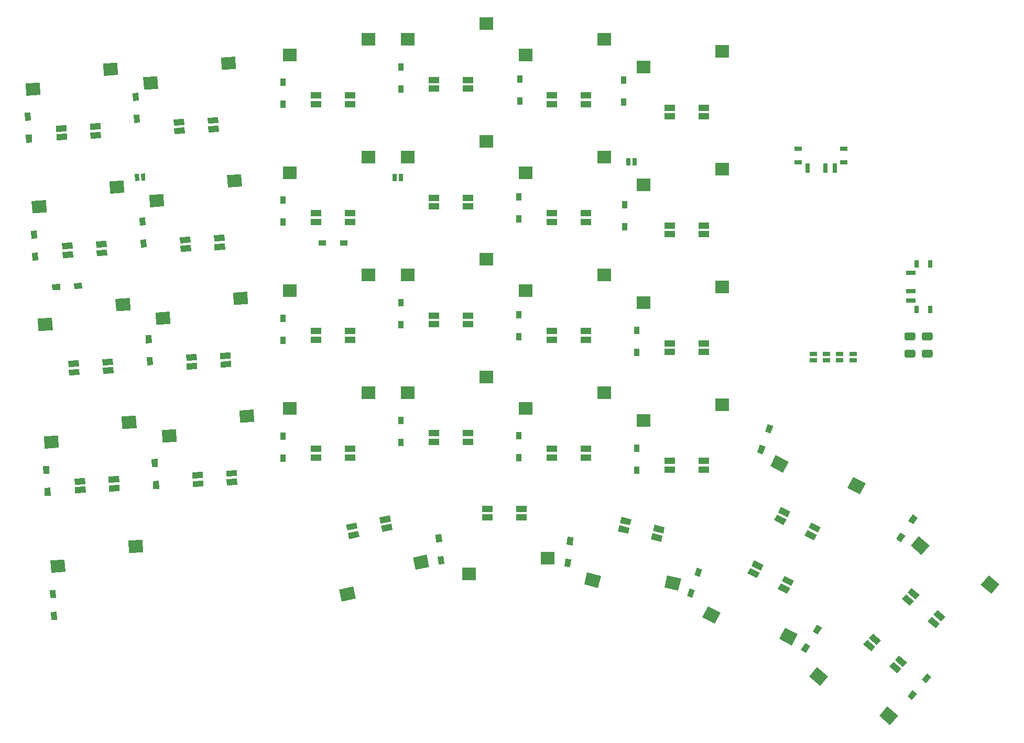
<source format=gbp>
G04 #@! TF.GenerationSoftware,KiCad,Pcbnew,(5.1.12-1-10_14)*
G04 #@! TF.CreationDate,2021-11-28T14:18:10+00:00*
G04 #@! TF.ProjectId,avalanche-hotswap,6176616c-616e-4636-9865-2d686f747377,rev?*
G04 #@! TF.SameCoordinates,Original*
G04 #@! TF.FileFunction,Paste,Bot*
G04 #@! TF.FilePolarity,Positive*
%FSLAX46Y46*%
G04 Gerber Fmt 4.6, Leading zero omitted, Abs format (unit mm)*
G04 Created by KiCad (PCBNEW (5.1.12-1-10_14)) date 2021-11-28 14:18:10*
%MOMM*%
%LPD*%
G01*
G04 APERTURE LIST*
%ADD10C,0.100000*%
%ADD11R,2.300000X2.000000*%
%ADD12R,1.143000X0.635000*%
%ADD13R,1.700000X1.000000*%
%ADD14R,0.800000X1.200000*%
%ADD15R,1.500000X0.800000*%
%ADD16R,1.200000X0.800000*%
%ADD17R,0.800000X1.500000*%
%ADD18R,0.950000X1.300000*%
%ADD19R,1.300000X0.950000*%
%ADD20R,0.635000X1.143000*%
G04 APERTURE END LIST*
D10*
G36*
X85256809Y-117000923D02*
G01*
X85361481Y-118998182D01*
X83064633Y-119118555D01*
X82959961Y-117121296D01*
X85256809Y-117000923D01*
G37*
G36*
X97806471Y-113799738D02*
G01*
X97911143Y-115796997D01*
X95614295Y-115917370D01*
X95509623Y-113920111D01*
X97806471Y-113799738D01*
G37*
G36*
X84039427Y-126733022D02*
G01*
X83090729Y-126782741D01*
X83022693Y-125484522D01*
X83971391Y-125434803D01*
X84039427Y-126733022D01*
G37*
G36*
X83853635Y-123187888D02*
G01*
X82904937Y-123237607D01*
X82836901Y-121939388D01*
X83785599Y-121889669D01*
X83853635Y-123187888D01*
G37*
D11*
X178761031Y-37356300D03*
X191461031Y-34816300D03*
X121611050Y-92506290D03*
X134311050Y-89966290D03*
D12*
X212603606Y-84724538D03*
X212603606Y-83723778D03*
X210463606Y-84724536D03*
X210463606Y-83723776D03*
X208323610Y-84724522D03*
X208323610Y-83723762D03*
X206183610Y-84732152D03*
X206183610Y-83731392D03*
D13*
X150411038Y-96536262D03*
X144911038Y-96536262D03*
X150411038Y-97936262D03*
X144911038Y-97936262D03*
D11*
X159711031Y-73456268D03*
X172411031Y-70916268D03*
D10*
G36*
X104981273Y-86258673D02*
G01*
X104928937Y-85260044D01*
X106626607Y-85171073D01*
X106678943Y-86169702D01*
X104981273Y-86258673D01*
G37*
G36*
X110473735Y-85970825D02*
G01*
X110421399Y-84972196D01*
X112119069Y-84883225D01*
X112171405Y-85881854D01*
X110473735Y-85970825D01*
G37*
G36*
X104908003Y-84860591D02*
G01*
X104855667Y-83861962D01*
X106553337Y-83772991D01*
X106605673Y-84771620D01*
X104908003Y-84860591D01*
G37*
G36*
X110400465Y-84572743D02*
G01*
X110348129Y-83574114D01*
X112045799Y-83485143D01*
X112098135Y-84483772D01*
X110400465Y-84572743D01*
G37*
G36*
X205433245Y-111867724D02*
G01*
X205887236Y-110976718D01*
X207401947Y-111748502D01*
X206947956Y-112639508D01*
X205433245Y-111867724D01*
G37*
G36*
X200532709Y-109370777D02*
G01*
X200986700Y-108479771D01*
X202501411Y-109251555D01*
X202047420Y-110142561D01*
X200532709Y-109370777D01*
G37*
G36*
X204797659Y-113115133D02*
G01*
X205251650Y-112224127D01*
X206766361Y-112995911D01*
X206312370Y-113886917D01*
X204797659Y-113115133D01*
G37*
G36*
X199897123Y-110618186D02*
G01*
X200351114Y-109727180D01*
X201865825Y-110498964D01*
X201411834Y-111389970D01*
X199897123Y-110618186D01*
G37*
G36*
X136303632Y-111162002D02*
G01*
X136095721Y-110183854D01*
X137758572Y-109830404D01*
X137966483Y-110808552D01*
X136303632Y-111162002D01*
G37*
G36*
X130923820Y-112305516D02*
G01*
X130715909Y-111327368D01*
X132378760Y-110973918D01*
X132586671Y-111952066D01*
X130923820Y-112305516D01*
G37*
G36*
X136594708Y-112531408D02*
G01*
X136386797Y-111553260D01*
X138049648Y-111199810D01*
X138257559Y-112177958D01*
X136594708Y-112531408D01*
G37*
G36*
X131214896Y-113674922D02*
G01*
X131006985Y-112696774D01*
X132669836Y-112343324D01*
X132877747Y-113321472D01*
X131214896Y-113674922D01*
G37*
D13*
X188511082Y-62986269D03*
X183011082Y-62986269D03*
X188511082Y-64386269D03*
X183011082Y-64386269D03*
D10*
G36*
X86954390Y-106279555D02*
G01*
X86902054Y-105280926D01*
X88599724Y-105191955D01*
X88652060Y-106190584D01*
X86954390Y-106279555D01*
G37*
G36*
X92446852Y-105991707D02*
G01*
X92394516Y-104993078D01*
X94092186Y-104904107D01*
X94144522Y-105902736D01*
X92446852Y-105991707D01*
G37*
G36*
X86881120Y-104881473D02*
G01*
X86828784Y-103882844D01*
X88526454Y-103793873D01*
X88578790Y-104792502D01*
X86881120Y-104881473D01*
G37*
G36*
X92373582Y-104593625D02*
G01*
X92321246Y-103594996D01*
X94018916Y-103506025D01*
X94071252Y-104504654D01*
X92373582Y-104593625D01*
G37*
G36*
X85957376Y-87255668D02*
G01*
X85905040Y-86257039D01*
X87602710Y-86168068D01*
X87655046Y-87166697D01*
X85957376Y-87255668D01*
G37*
G36*
X91449838Y-86967820D02*
G01*
X91397502Y-85969191D01*
X93095172Y-85880220D01*
X93147508Y-86878849D01*
X91449838Y-86967820D01*
G37*
G36*
X85884106Y-85857586D02*
G01*
X85831770Y-84858957D01*
X87529440Y-84769986D01*
X87581776Y-85768615D01*
X85884106Y-85857586D01*
G37*
G36*
X91376568Y-85569738D02*
G01*
X91324232Y-84571109D01*
X93021902Y-84482138D01*
X93074238Y-85480767D01*
X91376568Y-85569738D01*
G37*
G36*
X84960355Y-68231767D02*
G01*
X84908019Y-67233138D01*
X86605689Y-67144167D01*
X86658025Y-68142796D01*
X84960355Y-68231767D01*
G37*
G36*
X90452817Y-67943919D02*
G01*
X90400481Y-66945290D01*
X92098151Y-66856319D01*
X92150487Y-67854948D01*
X90452817Y-67943919D01*
G37*
G36*
X84887085Y-66833685D02*
G01*
X84834749Y-65835056D01*
X86532419Y-65746085D01*
X86584755Y-66744714D01*
X84887085Y-66833685D01*
G37*
G36*
X90379547Y-66545837D02*
G01*
X90327211Y-65547208D01*
X92024881Y-65458237D01*
X92077217Y-66456866D01*
X90379547Y-66545837D01*
G37*
G36*
X83963402Y-49207882D02*
G01*
X83911066Y-48209253D01*
X85608736Y-48120282D01*
X85661072Y-49118911D01*
X83963402Y-49207882D01*
G37*
G36*
X89455864Y-48920034D02*
G01*
X89403528Y-47921405D01*
X91101198Y-47832434D01*
X91153534Y-48831063D01*
X89455864Y-48920034D01*
G37*
G36*
X83890132Y-47809800D02*
G01*
X83837796Y-46811171D01*
X85535466Y-46722200D01*
X85587802Y-47720829D01*
X83890132Y-47809800D01*
G37*
G36*
X89382594Y-47521952D02*
G01*
X89330258Y-46523323D01*
X91027928Y-46434352D01*
X91080264Y-47432981D01*
X89382594Y-47521952D01*
G37*
G36*
X102987270Y-48210882D02*
G01*
X102934934Y-47212253D01*
X104632604Y-47123282D01*
X104684940Y-48121911D01*
X102987270Y-48210882D01*
G37*
G36*
X108479732Y-47923034D02*
G01*
X108427396Y-46924405D01*
X110125066Y-46835434D01*
X110177402Y-47834063D01*
X108479732Y-47923034D01*
G37*
G36*
X102914000Y-46812800D02*
G01*
X102861664Y-45814171D01*
X104559334Y-45725200D01*
X104611670Y-46723829D01*
X102914000Y-46812800D01*
G37*
G36*
X108406462Y-46524952D02*
G01*
X108354126Y-45526323D01*
X110051796Y-45437352D01*
X110104132Y-46435981D01*
X108406462Y-46524952D01*
G37*
G36*
X103984272Y-67234752D02*
G01*
X103931936Y-66236123D01*
X105629606Y-66147152D01*
X105681942Y-67145781D01*
X103984272Y-67234752D01*
G37*
G36*
X109476734Y-66946904D02*
G01*
X109424398Y-65948275D01*
X111122068Y-65859304D01*
X111174404Y-66857933D01*
X109476734Y-66946904D01*
G37*
G36*
X103911002Y-65836670D02*
G01*
X103858666Y-64838041D01*
X105556336Y-64749070D01*
X105608672Y-65747699D01*
X103911002Y-65836670D01*
G37*
G36*
X109403464Y-65548822D02*
G01*
X109351128Y-64550193D01*
X111048798Y-64461222D01*
X111101134Y-65459851D01*
X109403464Y-65548822D01*
G37*
G36*
X105978291Y-105282579D02*
G01*
X105925955Y-104283950D01*
X107623625Y-104194979D01*
X107675961Y-105193608D01*
X105978291Y-105282579D01*
G37*
G36*
X111470753Y-104994731D02*
G01*
X111418417Y-103996102D01*
X113116087Y-103907131D01*
X113168423Y-104905760D01*
X111470753Y-104994731D01*
G37*
G36*
X105905021Y-103884497D02*
G01*
X105852685Y-102885868D01*
X107550355Y-102796897D01*
X107602691Y-103795526D01*
X105905021Y-103884497D01*
G37*
G36*
X111397483Y-103596649D02*
G01*
X111345147Y-102598020D01*
X113042817Y-102509049D01*
X113095153Y-103507678D01*
X111397483Y-103596649D01*
G37*
D13*
X131361054Y-99086308D03*
X125861054Y-99086308D03*
X131361054Y-100486308D03*
X125861054Y-100486308D03*
X131361043Y-80036295D03*
X125861043Y-80036295D03*
X131361043Y-81436295D03*
X125861043Y-81436295D03*
X131361052Y-60986263D03*
X125861052Y-60986263D03*
X131361052Y-62386263D03*
X125861052Y-62386263D03*
X131361061Y-41936299D03*
X125861061Y-41936299D03*
X131361061Y-43336299D03*
X125861061Y-43336299D03*
X150411066Y-39436298D03*
X144911066Y-39436298D03*
X150411066Y-40836298D03*
X144911066Y-40836298D03*
X150411027Y-58486293D03*
X144911027Y-58486293D03*
X150411027Y-59886293D03*
X144911027Y-59886293D03*
X150411055Y-77536290D03*
X144911055Y-77536290D03*
X150411055Y-78936290D03*
X144911055Y-78936290D03*
X159031421Y-108770563D03*
X153531421Y-108770563D03*
X159031421Y-110170563D03*
X153531421Y-110170563D03*
D10*
G36*
X180304370Y-112345962D02*
G01*
X180537815Y-111373592D01*
X182190844Y-111770450D01*
X181957399Y-112742820D01*
X180304370Y-112345962D01*
G37*
G36*
X174956335Y-111062012D02*
G01*
X175189780Y-110089642D01*
X176842809Y-110486500D01*
X176609364Y-111458870D01*
X174956335Y-111062012D01*
G37*
G36*
X179977547Y-113707280D02*
G01*
X180210992Y-112734910D01*
X181864021Y-113131768D01*
X181630576Y-114104138D01*
X179977547Y-113707280D01*
G37*
G36*
X174629512Y-112423330D02*
G01*
X174862957Y-111450960D01*
X176515986Y-111847818D01*
X176282541Y-112820188D01*
X174629512Y-112423330D01*
G37*
D13*
X169461087Y-99086269D03*
X163961087Y-99086269D03*
X169461087Y-100486269D03*
X163961087Y-100486269D03*
X169461068Y-80036272D03*
X163961068Y-80036272D03*
X169461068Y-81436272D03*
X163961068Y-81436272D03*
X169461050Y-60986293D03*
X163961050Y-60986293D03*
X169461050Y-62386293D03*
X163961050Y-62386293D03*
X169461054Y-41936280D03*
X163961054Y-41936280D03*
X169461054Y-43336280D03*
X163961054Y-43336280D03*
X188511067Y-43936291D03*
X183011067Y-43936291D03*
X188511067Y-45336291D03*
X183011067Y-45336291D03*
X188511066Y-82036271D03*
X183011066Y-82036271D03*
X188511066Y-83436271D03*
X183011066Y-83436271D03*
D10*
G36*
X225608486Y-125905309D02*
G01*
X226257934Y-125144903D01*
X227550624Y-126248965D01*
X226901176Y-127009371D01*
X225608486Y-125905309D01*
G37*
G36*
X221426253Y-122333345D02*
G01*
X222075701Y-121572939D01*
X223368391Y-122677001D01*
X222718943Y-123437407D01*
X221426253Y-122333345D01*
G37*
G36*
X224699259Y-126969877D02*
G01*
X225348707Y-126209471D01*
X226641397Y-127313533D01*
X225991949Y-128073939D01*
X224699259Y-126969877D01*
G37*
G36*
X220517026Y-123397913D02*
G01*
X221166474Y-122637507D01*
X222459164Y-123741569D01*
X221809716Y-124501975D01*
X220517026Y-123397913D01*
G37*
G36*
X201116413Y-120496013D02*
G01*
X201570404Y-119605007D01*
X203085115Y-120376791D01*
X202631124Y-121267797D01*
X201116413Y-120496013D01*
G37*
G36*
X196215877Y-117999066D02*
G01*
X196669868Y-117108060D01*
X198184579Y-117879844D01*
X197730588Y-118770850D01*
X196215877Y-117999066D01*
G37*
G36*
X200480827Y-121743422D02*
G01*
X200934818Y-120852416D01*
X202449529Y-121624200D01*
X201995538Y-122515206D01*
X200480827Y-121743422D01*
G37*
G36*
X195580291Y-119246475D02*
G01*
X196034282Y-118355469D01*
X197548993Y-119127253D01*
X197095002Y-120018259D01*
X195580291Y-119246475D01*
G37*
G36*
X219382521Y-133254522D02*
G01*
X220031969Y-132494116D01*
X221324659Y-133598178D01*
X220675211Y-134358584D01*
X219382521Y-133254522D01*
G37*
G36*
X215200288Y-129682558D02*
G01*
X215849736Y-128922152D01*
X217142426Y-130026214D01*
X216492978Y-130786620D01*
X215200288Y-129682558D01*
G37*
G36*
X218473294Y-134319090D02*
G01*
X219122742Y-133558684D01*
X220415432Y-134662746D01*
X219765984Y-135423152D01*
X218473294Y-134319090D01*
G37*
G36*
X214291061Y-130747126D02*
G01*
X214940509Y-129986720D01*
X216233199Y-131090782D01*
X215583751Y-131851188D01*
X214291061Y-130747126D01*
G37*
D13*
X188511072Y-101036290D03*
X183011072Y-101036290D03*
X188511072Y-102436290D03*
X183011072Y-102436290D03*
D11*
X159711048Y-92506279D03*
X172411048Y-89966279D03*
D10*
G36*
X112793863Y-35660422D02*
G01*
X112898535Y-37657681D01*
X110601687Y-37778054D01*
X110497015Y-35780795D01*
X112793863Y-35660422D01*
G37*
G36*
X100244201Y-38861607D02*
G01*
X100348873Y-40858866D01*
X98052025Y-40979239D01*
X97947353Y-38981980D01*
X100244201Y-38861607D01*
G37*
D14*
X225060992Y-69191514D03*
X222860992Y-69191514D03*
X225060992Y-76511514D03*
X222860992Y-76511514D03*
D15*
X221930992Y-70651514D03*
X221930992Y-73551514D03*
X221930992Y-75071514D03*
D16*
X203780995Y-50541510D03*
X203780995Y-52741510D03*
X211100995Y-50541510D03*
X211100995Y-52741510D03*
D17*
X205240995Y-53671510D03*
X208140995Y-53671510D03*
X209660995Y-53671510D03*
D11*
X178761032Y-94506299D03*
X191461032Y-91966299D03*
X153361046Y-87458793D03*
X140661046Y-89998793D03*
D10*
G36*
X216848826Y-142243602D02*
G01*
X218147722Y-140722790D01*
X219896656Y-142216520D01*
X218597760Y-143737332D01*
X216848826Y-142243602D01*
G37*
G36*
X205542072Y-135927043D02*
G01*
X206840968Y-134406231D01*
X208589902Y-135899961D01*
X207291006Y-137420773D01*
X205542072Y-135927043D01*
G37*
D11*
X163272373Y-116740398D03*
X150572373Y-119280398D03*
D10*
G36*
X224974073Y-114714875D02*
G01*
X223675177Y-116235687D01*
X221926243Y-114741957D01*
X223225139Y-113221145D01*
X224974073Y-114714875D01*
G37*
G36*
X236280827Y-121031434D02*
G01*
X234981931Y-122552246D01*
X233232997Y-121058516D01*
X234531893Y-119537704D01*
X236280827Y-121031434D01*
G37*
G36*
X220337504Y-114202323D02*
G01*
X219554584Y-113664237D01*
X220290912Y-112592873D01*
X221073832Y-113130959D01*
X220337504Y-114202323D01*
G37*
G36*
X222348246Y-111276675D02*
G01*
X221565326Y-110738589D01*
X222301654Y-109667225D01*
X223084574Y-110205311D01*
X222348246Y-111276675D01*
G37*
G36*
X141932920Y-118640015D02*
G01*
X141517097Y-116683720D01*
X143766836Y-116205523D01*
X144182659Y-118161818D01*
X141932920Y-118640015D01*
G37*
G36*
X130038542Y-123764988D02*
G01*
X129622719Y-121808693D01*
X131872458Y-121330496D01*
X132288281Y-123286791D01*
X130038542Y-123764988D01*
G37*
G36*
X145515575Y-116500504D02*
G01*
X146460370Y-116401202D01*
X146596257Y-117694080D01*
X145651462Y-117793382D01*
X145515575Y-116500504D01*
G37*
G36*
X145144499Y-112969952D02*
G01*
X146089294Y-112870650D01*
X146225181Y-114163528D01*
X145280386Y-114262830D01*
X145144499Y-112969952D01*
G37*
G36*
X200721221Y-129816200D02*
G01*
X201629202Y-128034187D01*
X203678517Y-129078366D01*
X202770536Y-130860379D01*
X200721221Y-129816200D01*
G37*
G36*
X188252302Y-126313678D02*
G01*
X189160283Y-124531665D01*
X191209598Y-125575844D01*
X190301617Y-127357857D01*
X188252302Y-126313678D01*
G37*
G36*
X182136406Y-121506718D02*
G01*
X182603297Y-119561978D01*
X184839748Y-120098902D01*
X184372857Y-122043642D01*
X182136406Y-121506718D01*
G37*
G36*
X169194357Y-121011781D02*
G01*
X169661248Y-119067041D01*
X171897699Y-119603965D01*
X171430808Y-121548705D01*
X169194357Y-121011781D01*
G37*
G36*
X94766966Y-55681328D02*
G01*
X94871638Y-57678587D01*
X92574790Y-57798960D01*
X92470118Y-55801701D01*
X94766966Y-55681328D01*
G37*
G36*
X82217304Y-58882513D02*
G01*
X82321976Y-60879772D01*
X80025128Y-61000145D01*
X79920456Y-59002886D01*
X82217304Y-58882513D01*
G37*
G36*
X114787875Y-73708225D02*
G01*
X114892547Y-75705484D01*
X112595699Y-75825857D01*
X112491027Y-73828598D01*
X114787875Y-73708225D01*
G37*
G36*
X102238213Y-76909410D02*
G01*
X102342885Y-78906669D01*
X100046037Y-79027042D01*
X99941365Y-77029783D01*
X102238213Y-76909410D01*
G37*
G36*
X224559190Y-135402280D02*
G01*
X225281576Y-136019256D01*
X224437294Y-137007784D01*
X223714908Y-136390808D01*
X224559190Y-135402280D01*
G37*
G36*
X222253650Y-138101722D02*
G01*
X222976036Y-138718698D01*
X222131754Y-139707226D01*
X221409368Y-139090250D01*
X222253650Y-138101722D01*
G37*
G36*
X206836598Y-127514254D02*
G01*
X207633335Y-128031661D01*
X206925304Y-129121932D01*
X206128567Y-128604525D01*
X206836598Y-127514254D01*
G37*
G36*
X204903130Y-130491534D02*
G01*
X205699867Y-131008941D01*
X204991836Y-132099212D01*
X204195099Y-131581805D01*
X204903130Y-130491534D01*
G37*
G36*
X187407475Y-118288350D02*
G01*
X188302984Y-118605466D01*
X187869035Y-119830900D01*
X186973526Y-119513784D01*
X187407475Y-118288350D01*
G37*
G36*
X186222461Y-121634728D02*
G01*
X187117970Y-121951844D01*
X186684021Y-123177278D01*
X185788512Y-122860162D01*
X186222461Y-121634728D01*
G37*
G36*
X166503602Y-113296929D02*
G01*
X167448397Y-113396231D01*
X167312510Y-114689109D01*
X166367715Y-114589807D01*
X166503602Y-113296929D01*
G37*
G36*
X166132526Y-116827481D02*
G01*
X167077321Y-116926783D01*
X166941434Y-118219661D01*
X165996639Y-118120359D01*
X166132526Y-116827481D01*
G37*
G36*
X198023956Y-99965013D02*
G01*
X197137054Y-99624564D01*
X197602932Y-98410909D01*
X198489834Y-98751358D01*
X198023956Y-99965013D01*
G37*
G36*
X199296162Y-96650803D02*
G01*
X198409260Y-96310354D01*
X198875138Y-95096699D01*
X199762040Y-95437148D01*
X199296162Y-96650803D01*
G37*
D18*
X177711059Y-102561295D03*
X177711059Y-99011295D03*
X158661057Y-100511253D03*
X158661057Y-96961253D03*
X139611030Y-98061290D03*
X139611030Y-94511290D03*
X120561055Y-100611258D03*
X120561055Y-97061258D03*
D10*
G36*
X100323716Y-101999004D02*
G01*
X99375018Y-102048723D01*
X99306982Y-100750504D01*
X100255680Y-100700785D01*
X100323716Y-101999004D01*
G37*
G36*
X100509508Y-105544138D02*
G01*
X99560810Y-105593857D01*
X99492774Y-104295638D01*
X100441472Y-104245919D01*
X100509508Y-105544138D01*
G37*
G36*
X82808191Y-103117220D02*
G01*
X81859493Y-103166939D01*
X81791457Y-101868720D01*
X82740155Y-101819001D01*
X82808191Y-103117220D01*
G37*
G36*
X82993983Y-106662354D02*
G01*
X82045285Y-106712073D01*
X81977249Y-105413854D01*
X82925947Y-105364135D01*
X82993983Y-106662354D01*
G37*
D18*
X177711059Y-83486286D03*
X177711059Y-79936286D03*
X158661040Y-80961262D03*
X158661040Y-77411262D03*
X139611048Y-79011270D03*
X139611048Y-75461270D03*
X120561047Y-81511282D03*
X120561047Y-77961282D03*
D10*
G36*
X99324276Y-81973860D02*
G01*
X98375578Y-82023579D01*
X98307542Y-80725360D01*
X99256240Y-80675641D01*
X99324276Y-81973860D01*
G37*
G36*
X99510068Y-85518994D02*
G01*
X98561370Y-85568713D01*
X98493334Y-84270494D01*
X99442032Y-84220775D01*
X99510068Y-85518994D01*
G37*
G36*
X84504780Y-72436358D02*
G01*
X84554499Y-73385056D01*
X83256280Y-73453092D01*
X83206561Y-72504394D01*
X84504780Y-72436358D01*
G37*
G36*
X88049914Y-72250566D02*
G01*
X88099633Y-73199264D01*
X86801414Y-73267300D01*
X86751695Y-72318602D01*
X88049914Y-72250566D01*
G37*
D18*
X175711066Y-63161268D03*
X175711066Y-59611268D03*
X158661041Y-61911284D03*
X158661041Y-58361284D03*
D19*
X126836043Y-65786277D03*
X130386043Y-65786277D03*
D18*
X120561054Y-62411303D03*
X120561054Y-58861303D03*
D10*
G36*
X98327294Y-62949975D02*
G01*
X97378596Y-62999694D01*
X97310560Y-61701475D01*
X98259258Y-61651756D01*
X98327294Y-62949975D01*
G37*
G36*
X98513086Y-66495109D02*
G01*
X97564388Y-66544828D01*
X97496352Y-65246609D01*
X98445050Y-65196890D01*
X98513086Y-66495109D01*
G37*
G36*
X80814204Y-65069421D02*
G01*
X79865506Y-65119140D01*
X79797470Y-63820921D01*
X80746168Y-63771202D01*
X80814204Y-65069421D01*
G37*
G36*
X80999996Y-68614555D02*
G01*
X80051298Y-68664274D01*
X79983262Y-67366055D01*
X80931960Y-67316336D01*
X80999996Y-68614555D01*
G37*
D18*
X175591057Y-43021260D03*
X175591057Y-39471260D03*
X158781066Y-42861283D03*
X158781066Y-39311283D03*
X139611020Y-40861284D03*
X139611020Y-37311284D03*
X120561040Y-43361264D03*
X120561040Y-39811264D03*
D10*
G36*
X97250604Y-42788682D02*
G01*
X96301906Y-42838401D01*
X96233870Y-41540182D01*
X97182568Y-41490463D01*
X97250604Y-42788682D01*
G37*
G36*
X97436396Y-46333816D02*
G01*
X96487698Y-46383535D01*
X96419662Y-45085316D01*
X97368360Y-45035597D01*
X97436396Y-46333816D01*
G37*
G36*
X79814596Y-45995633D02*
G01*
X78865898Y-46045352D01*
X78797862Y-44747133D01*
X79746560Y-44697414D01*
X79814596Y-45995633D01*
G37*
G36*
X80000388Y-49540767D02*
G01*
X79051690Y-49590486D01*
X78983654Y-48292267D01*
X79932352Y-48242548D01*
X80000388Y-49540767D01*
G37*
G36*
X96656163Y-55774108D02*
G01*
X96596343Y-54632675D01*
X97230473Y-54599442D01*
X97290293Y-55740875D01*
X96656163Y-55774108D01*
G37*
G36*
X97655551Y-55721732D02*
G01*
X97595731Y-54580299D01*
X98229861Y-54547066D01*
X98289681Y-55688499D01*
X97655551Y-55721732D01*
G37*
D20*
X139561033Y-55236288D03*
X138560273Y-55236288D03*
X177311418Y-52636296D03*
X176310658Y-52636296D03*
D10*
G36*
X95763970Y-74705223D02*
G01*
X95868642Y-76702482D01*
X93571794Y-76822855D01*
X93467122Y-74825596D01*
X95763970Y-74705223D01*
G37*
G36*
X83214308Y-77906408D02*
G01*
X83318980Y-79903667D01*
X81022132Y-80024040D01*
X80917460Y-78026781D01*
X83214308Y-77906408D01*
G37*
G36*
X113790877Y-54684330D02*
G01*
X113895549Y-56681589D01*
X111598701Y-56801962D01*
X111494029Y-54804703D01*
X113790877Y-54684330D01*
G37*
G36*
X101241215Y-57885515D02*
G01*
X101345887Y-59882774D01*
X99049039Y-60003147D01*
X98944367Y-58005888D01*
X101241215Y-57885515D01*
G37*
D11*
X121611042Y-73456298D03*
X134311042Y-70916298D03*
X178761055Y-75456295D03*
X191461055Y-72916295D03*
D10*
G36*
X96760956Y-93729105D02*
G01*
X96865628Y-95726364D01*
X94568780Y-95846737D01*
X94464108Y-93849478D01*
X96760956Y-93729105D01*
G37*
G36*
X84211294Y-96930290D02*
G01*
X84315966Y-98927549D01*
X82019118Y-99047922D01*
X81914446Y-97050663D01*
X84211294Y-96930290D01*
G37*
D11*
X140661028Y-70956305D03*
X153361028Y-68416305D03*
G36*
G01*
X222432623Y-84319297D02*
X221182623Y-84319297D01*
G75*
G02*
X220932623Y-84069297I0J250000D01*
G01*
X220932623Y-83319297D01*
G75*
G02*
X221182623Y-83069297I250000J0D01*
G01*
X222432623Y-83069297D01*
G75*
G02*
X222682623Y-83319297I0J-250000D01*
G01*
X222682623Y-84069297D01*
G75*
G02*
X222432623Y-84319297I-250000J0D01*
G01*
G37*
G36*
G01*
X222432623Y-81519297D02*
X221182623Y-81519297D01*
G75*
G02*
X220932623Y-81269297I0J250000D01*
G01*
X220932623Y-80519297D01*
G75*
G02*
X221182623Y-80269297I250000J0D01*
G01*
X222432623Y-80269297D01*
G75*
G02*
X222682623Y-80519297I0J-250000D01*
G01*
X222682623Y-81269297D01*
G75*
G02*
X222432623Y-81519297I-250000J0D01*
G01*
G37*
G36*
G01*
X223982675Y-80269263D02*
X225232675Y-80269263D01*
G75*
G02*
X225482675Y-80519263I0J-250000D01*
G01*
X225482675Y-81269263D01*
G75*
G02*
X225232675Y-81519263I-250000J0D01*
G01*
X223982675Y-81519263D01*
G75*
G02*
X223732675Y-81269263I0J250000D01*
G01*
X223732675Y-80519263D01*
G75*
G02*
X223982675Y-80269263I250000J0D01*
G01*
G37*
G36*
G01*
X223982675Y-83069263D02*
X225232675Y-83069263D01*
G75*
G02*
X225482675Y-83319263I0J-250000D01*
G01*
X225482675Y-84069263D01*
G75*
G02*
X225232675Y-84319263I-250000J0D01*
G01*
X223982675Y-84319263D01*
G75*
G02*
X223732675Y-84069263I0J250000D01*
G01*
X223732675Y-83319263D01*
G75*
G02*
X223982675Y-83069263I250000J0D01*
G01*
G37*
D10*
G36*
X115784855Y-92732121D02*
G01*
X115889527Y-94729380D01*
X113592679Y-94849753D01*
X113488007Y-92852494D01*
X115784855Y-92732121D01*
G37*
G36*
X103235193Y-95933306D02*
G01*
X103339865Y-97930565D01*
X101043017Y-98050938D01*
X100938345Y-96053679D01*
X103235193Y-95933306D01*
G37*
G36*
X202195543Y-101151262D02*
G01*
X201287562Y-102933275D01*
X199238247Y-101889096D01*
X200146228Y-100107083D01*
X202195543Y-101151262D01*
G37*
G36*
X214664462Y-104653784D02*
G01*
X213756481Y-106435797D01*
X211707166Y-105391618D01*
X212615147Y-103609605D01*
X214664462Y-104653784D01*
G37*
D11*
X178761041Y-56406267D03*
X191461041Y-53866267D03*
X159711049Y-54406285D03*
X172411049Y-51866285D03*
X159711056Y-35356263D03*
X172411056Y-32816263D03*
X140661032Y-51906303D03*
X153361032Y-49366303D03*
X153361020Y-30316301D03*
X140661020Y-32856301D03*
X121611032Y-54406293D03*
X134311032Y-51866293D03*
X121611034Y-35356295D03*
X134311034Y-32816295D03*
D10*
G36*
X93769984Y-36657421D02*
G01*
X93874656Y-38654680D01*
X91577808Y-38775053D01*
X91473136Y-36777794D01*
X93769984Y-36657421D01*
G37*
G36*
X81220322Y-39858606D02*
G01*
X81324994Y-41855865D01*
X79028146Y-41976238D01*
X78923474Y-39978979D01*
X81220322Y-39858606D01*
G37*
M02*

</source>
